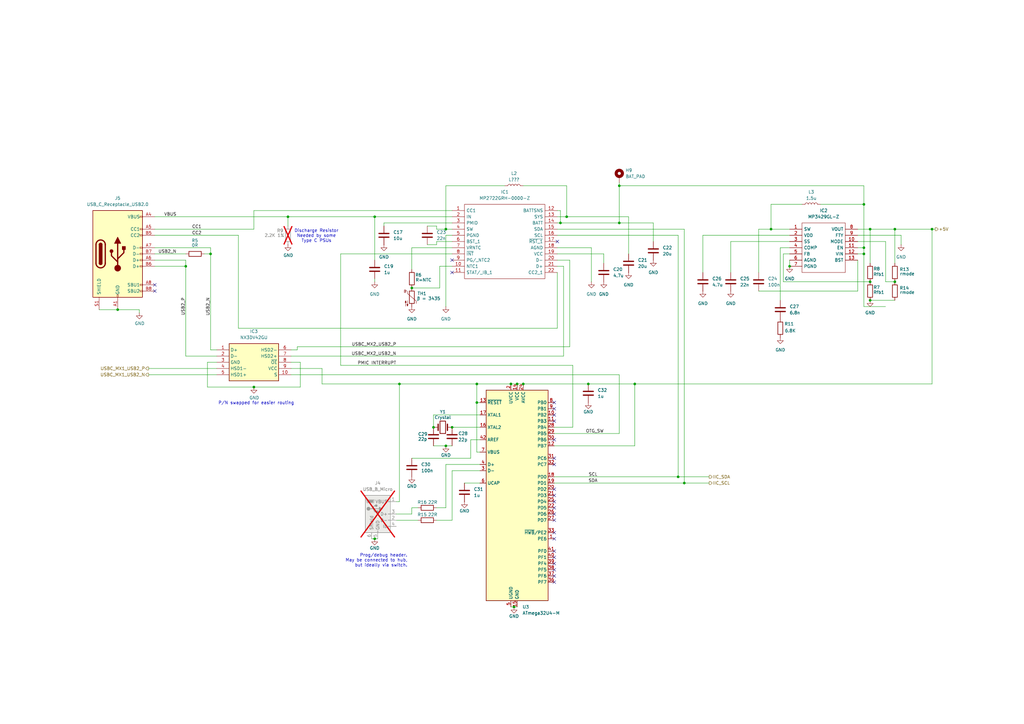
<source format=kicad_sch>
(kicad_sch (version 20231120) (generator "eeschema") (generator_version "8.0")
  (paper "A3")
  (lib_symbols
    (symbol "000_Custom:MP2722GRH-0000-Z" (pin_names (offset 0.762))
      (property "Reference" "IC1" (at 21.59 7.62 0))
      (property "Value" "MP2722GRH-0000-Z" (at 21.59 5.08 0))
      (symbol "MP2722GRH-0000-Z_0_0"
        (pin passive line (at 0 0 0) (length 5.08) (name "CC1") (number "1"))
        (pin passive line (at 0 -22.86 0) (length 5.08) (name "NTC1") (number "10"))
        (pin passive line (at 0 -25.4 0) (length 5.08) (name "STAT/_IB_1") (number "11"))
        (pin passive line (at 43.18 0 180) (length 5.08) (name "BATTSNS") (number "12"))
        (pin passive line (at 43.18 -2.54 180) (length 5.08) (name "SYS") (number "13"))
        (pin passive line (at 43.18 -5.08 180) (length 5.08) (name "BATT") (number "14"))
        (pin passive line (at 43.18 -7.62 180) (length 5.08) (name "SDA") (number "15"))
        (pin passive line (at 43.18 -10.16 180) (length 5.08) (name "SCL") (number "16"))
        (pin passive line (at 43.18 -12.7 180) (length 5.08) (name "~{RST_1}") (number "17"))
        (pin passive line (at 43.18 -15.24 180) (length 5.08) (name "AGND") (number "18"))
        (pin passive line (at 43.18 -17.78 180) (length 5.08) (name "VCC") (number "19"))
        (pin passive line (at 0 -2.54 0) (length 5.08) (name "IN") (number "2"))
        (pin passive line (at 43.18 -20.32 180) (length 5.08) (name "D-") (number "20"))
        (pin passive line (at 43.18 -22.86 180) (length 5.08) (name "D+") (number "21"))
        (pin passive line (at 43.18 -25.4 180) (length 5.08) (name "CC2_1") (number "22"))
        (pin passive line (at 0 -5.08 0) (length 5.08) (name "PMID") (number "3"))
        (pin passive line (at 0 -7.62 0) (length 5.08) (name "SW") (number "4"))
        (pin passive line (at 0 -10.16 0) (length 5.08) (name "PGND") (number "5"))
        (pin passive line (at 0 -12.7 0) (length 5.08) (name "BST_1") (number "6"))
        (pin passive line (at 0 -15.24 0) (length 5.08) (name "VRNTC") (number "7"))
        (pin passive line (at 0 -17.78 0) (length 5.08) (name "~{INT}") (number "8"))
        (pin passive line (at 0 -20.32 0) (length 5.08) (name "PG/_NTC2") (number "9"))
      )
      (symbol "MP2722GRH-0000-Z_0_1"
        (polyline (pts (xy 5.08 2.54) (xy 38.1 2.54) (xy 38.1 -27.94) (xy 5.08 -27.94) (xy 5.08 2.54)) (stroke (width 0.1524)))
      )
    )
    (symbol "000_Custom:MP3429GL-Z" (pin_names (offset 0.762))
      (property "Reference" "IC" (at 24.13 7.62 0))
      (property "Value" "MP3429GL-Z" (at 24.13 5.08 0))
      (symbol "MP3429GL-Z_0_0"
        (pin passive line (at 0 0 0) (length 5.08) (name "SW") (number "1"))
        (pin passive line (at 27.94 -5.08 180) (length 5.08) (name "MODE") (number "10"))
        (pin passive line (at 27.94 -7.62 180) (length 5.08) (name "EN") (number "11"))
        (pin passive line (at 27.94 -10.16 180) (length 5.08) (name "VIN") (number "12"))
        (pin passive line (at 27.94 -12.7 180) (length 5.08) (name "BST") (number "13"))
        (pin passive line (at 0 -2.54 0) (length 5.08) (name "VDD") (number "2"))
        (pin passive line (at 0 -5.08 0) (length 5.08) (name "SS") (number "3"))
        (pin passive line (at 0 -7.62 0) (length 5.08) (name "COMP") (number "4"))
        (pin passive line (at 0 -10.16 0) (length 5.08) (name "FB") (number "5"))
        (pin passive line (at 0 -12.7 0) (length 5.08) (name "AGND") (number "6"))
        (pin passive line (at 0 -15.24 0) (length 5.08) (name "PGND") (number "7"))
        (pin passive line (at 27.94 0 180) (length 5.08) (name "VOUT") (number "8"))
        (pin passive line (at 27.94 -2.54 180) (length 5.08) (name "FTY") (number "9"))
      )
      (symbol "MP3429GL-Z_0_1"
        (polyline (pts (xy 5.08 2.54) (xy 22.86 2.54) (xy 22.86 -17.78) (xy 5.08 -17.78) (xy 5.08 2.54)) (stroke (width 0.1524)))
      )
    )
    (symbol "000_Custom:NX3DV42GU"
      (property "Reference" "IC" (at 26.67 7.62 0))
      (property "Value" "NX3DV42GU" (at 26.67 5.08 0))
      (symbol "NX3DV42GU_1_1"
        (rectangle (start 5.08 2.54) (end 25.4 -12.7) (stroke (width 0.254)) (fill (type background)))
        (pin passive line (at 0 0 0) (length 5.08) (name "D+") (number "1"))
        (pin passive line (at 30.48 -10.16 180) (length 5.08) (name "S") (number "10"))
        (pin passive line (at 0 -2.54 0) (length 5.08) (name "D-") (number "2"))
        (pin passive line (at 0 -5.08 0) (length 5.08) (name "GND") (number "3"))
        (pin passive line (at 0 -7.62 0) (length 5.08) (name "HSD1-") (number "4"))
        (pin passive line (at 0 -10.16 0) (length 5.08) (name "HSD1+") (number "5"))
        (pin passive line (at 30.48 0 180) (length 5.08) (name "HSD2-") (number "6"))
        (pin passive line (at 30.48 -2.54 180) (length 5.08) (name "HSD2+") (number "7"))
        (pin passive line (at 30.48 -5.08 180) (length 5.08) (name "~{OE}") (number "8"))
        (pin passive line (at 30.48 -7.62 180) (length 5.08) (name "VCC") (number "9"))
      )
    )
    (symbol "Connector:USB_B_Micro" (pin_names (offset 1.016))
      (property "Reference" "J" (at -5.08 11.43 0))
      (property "Value" "USB_B_Micro" (at -5.08 8.89 0))
      (symbol "USB_B_Micro_0_1"
        (rectangle (start -5.08 -7.62) (end 5.08 7.62) (stroke (width 0.254)) (fill (type background)))
        (circle (center -3.81 2.159) (radius 0.635) (stroke (width 0.254)) (fill (type outline)))
        (circle (center -0.635 3.429) (radius 0.381) (stroke (width 0.254)) (fill (type outline)))
        (rectangle (start -0.127 -7.62) (end 0.127 -6.858))
        (polyline (pts (xy -1.905 2.159) (xy 0.635 2.159)) (stroke (width 0.254)))
        (polyline (pts (xy -3.175 2.159) (xy -2.54 2.159) (xy -1.27 3.429) (xy -0.635 3.429)) (stroke (width 0.254)))
        (polyline (pts (xy -2.54 2.159) (xy -1.905 2.159) (xy -1.27 0.889) (xy 0 0.889)) (stroke (width 0.254)))
        (polyline (pts (xy 0.635 2.794) (xy 0.635 1.524) (xy 1.905 2.159) (xy 0.635 2.794)) (stroke (width 0.254)) (fill (type outline)))
        (polyline (pts (xy -4.318 5.588) (xy -1.778 5.588) (xy -2.032 4.826) (xy -4.064 4.826) (xy -4.318 5.588)) (fill (type outline)))
        (polyline (pts (xy -4.699 5.842) (xy -4.699 5.588) (xy -4.445 4.826) (xy -4.445 4.572) (xy -1.651 4.572) (xy -1.651 4.826) (xy -1.397 5.588) (xy -1.397 5.842) (xy -4.699 5.842)))
        (rectangle (start 0.254 1.27) (end -0.508 0.508) (stroke (width 0.254)) (fill (type outline)))
        (rectangle (start 5.08 -5.207) (end 4.318 -4.953))
        (rectangle (start 5.08 -2.667) (end 4.318 -2.413))
        (rectangle (start 5.08 -0.127) (end 4.318 0.127))
        (rectangle (start 5.08 4.953) (end 4.318 5.207))
      )
      (symbol "USB_B_Micro_1_1"
        (pin power_out line (at 7.62 5.08 180) (length 2.54) (name "VBUS") (number "1"))
        (pin bidirectional line (at 7.62 -2.54 180) (length 2.54) (name "D-") (number "2"))
        (pin bidirectional line (at 7.62 0 180) (length 2.54) (name "D+") (number "3"))
        (pin passive line (at 7.62 -5.08 180) (length 2.54) (name "ID") (number "4"))
        (pin power_out line (at 0 -10.16 90) (length 2.54) (name "GND") (number "5"))
        (pin passive line (at -2.54 -10.16 90) (length 2.54) (name "Shield") (number "6"))
      )
    )
    (symbol "Connector:USB_C_Receptacle_USB2.0_16P" (pin_names (offset 1.016))
      (property "Reference" "J" (at 0 22.225 0))
      (property "Value" "USB_C_Receptacle_USB2.0_16P" (at 0 19.685 0))
      (symbol "USB_C_Receptacle_USB2.0_16P_0_0"
        (rectangle (start -0.254 -17.78) (end 0.254 -16.764))
        (rectangle (start 10.16 -14.986) (end 9.144 -15.494))
        (rectangle (start 10.16 -12.446) (end 9.144 -12.954))
        (rectangle (start 10.16 -4.826) (end 9.144 -5.334))
        (rectangle (start 10.16 -2.286) (end 9.144 -2.794))
        (rectangle (start 10.16 0.254) (end 9.144 -0.254))
        (rectangle (start 10.16 2.794) (end 9.144 2.286))
        (rectangle (start 10.16 7.874) (end 9.144 7.366))
        (rectangle (start 10.16 10.414) (end 9.144 9.906))
        (rectangle (start 10.16 15.494) (end 9.144 14.986))
      )
      (symbol "USB_C_Receptacle_USB2.0_16P_0_1"
        (rectangle (start -10.16 17.78) (end 10.16 -17.78) (stroke (width 0.254)) (fill (type background)))
        (arc (start -8.89 -3.81) (mid -6.985 -5.7067) (end -5.08 -3.81) (stroke (width 0.508)))
        (arc (start -7.62 -3.81) (mid -6.985 -4.4423) (end -6.35 -3.81) (stroke (width 0.254)))
        (arc (start -7.62 -3.81) (mid -6.985 -4.4423) (end -6.35 -3.81) (stroke (width 0.254)) (fill (type outline)))
        (rectangle (start -7.62 -3.81) (end -6.35 3.81) (stroke (width 0.254)) (fill (type outline)))
        (arc (start -6.35 3.81) (mid -6.985 4.4423) (end -7.62 3.81) (stroke (width 0.254)))
        (arc (start -6.35 3.81) (mid -6.985 4.4423) (end -7.62 3.81) (stroke (width 0.254)) (fill (type outline)))
        (arc (start -5.08 3.81) (mid -6.985 5.7067) (end -8.89 3.81) (stroke (width 0.508)))
        (circle (center -2.54 1.143) (radius 0.635) (stroke (width 0.254)) (fill (type outline)))
        (circle (center 0 -5.842) (radius 1.27) (fill (type outline)))
        (polyline (pts (xy -8.89 -3.81) (xy -8.89 3.81)) (stroke (width 0.508)))
        (polyline (pts (xy -5.08 3.81) (xy -5.08 -3.81)) (stroke (width 0.508)))
        (polyline (pts (xy 0 -5.842) (xy 0 4.318)) (stroke (width 0.508)))
        (polyline (pts (xy 0 -3.302) (xy -2.54 -0.762) (xy -2.54 0.508)) (stroke (width 0.508)))
        (polyline (pts (xy 0 -2.032) (xy 2.54 0.508) (xy 2.54 1.778)) (stroke (width 0.508)))
        (polyline (pts (xy -1.27 4.318) (xy 0 6.858) (xy 1.27 4.318) (xy -1.27 4.318)) (stroke (width 0.254)) (fill (type outline)))
        (rectangle (start 1.905 1.778) (end 3.175 3.048) (stroke (width 0.254)) (fill (type outline)))
      )
      (symbol "USB_C_Receptacle_USB2.0_16P_1_1"
        (pin passive line (at 0 -22.86 90) (length 5.08) (name "GND") (number "A1"))
        (pin passive line (at 0 -22.86 90) (length 5.08) hide (name "GND") (number "A12"))
        (pin passive line (at 15.24 15.24 180) (length 5.08) (name "VBUS") (number "A4"))
        (pin bidirectional line (at 15.24 10.16 180) (length 5.08) (name "CC1") (number "A5"))
        (pin bidirectional line (at 15.24 -2.54 180) (length 5.08) (name "D+") (number "A6"))
        (pin bidirectional line (at 15.24 2.54 180) (length 5.08) (name "D-") (number "A7"))
        (pin bidirectional line (at 15.24 -12.7 180) (length 5.08) (name "SBU1") (number "A8"))
        (pin passive line (at 15.24 15.24 180) (length 5.08) hide (name "VBUS") (number "A9"))
        (pin passive line (at 0 -22.86 90) (length 5.08) hide (name "GND") (number "B1"))
        (pin passive line (at 0 -22.86 90) (length 5.08) hide (name "GND") (number "B12"))
        (pin passive line (at 15.24 15.24 180) (length 5.08) hide (name "VBUS") (number "B4"))
        (pin bidirectional line (at 15.24 7.62 180) (length 5.08) (name "CC2") (number "B5"))
        (pin bidirectional line (at 15.24 -5.08 180) (length 5.08) (name "D+") (number "B6"))
        (pin bidirectional line (at 15.24 0 180) (length 5.08) (name "D-") (number "B7"))
        (pin bidirectional line (at 15.24 -15.24 180) (length 5.08) (name "SBU2") (number "B8"))
        (pin passive line (at 15.24 15.24 180) (length 5.08) hide (name "VBUS") (number "B9"))
        (pin passive line (at -7.62 -22.86 90) (length 5.08) (name "SHIELD") (number "S1"))
      )
    )
    (symbol "Device:C" (pin_numbers hide) (pin_names (offset 0.254))
      (property "Reference" "C" (at 0.635 2.54 0))
      (property "Value" "C" (at 0.635 -2.54 0))
      (symbol "C_0_1"
        (polyline (pts (xy -2.032 -0.762) (xy 2.032 -0.762)) (stroke (width 0.508)))
        (polyline (pts (xy -2.032 0.762) (xy 2.032 0.762)) (stroke (width 0.508)))
      )
      (symbol "C_1_1"
        (pin passive line (at 0 3.81 270) (length 2.794) (name "~") (number "1"))
        (pin passive line (at 0 -3.81 90) (length 2.794) (name "~") (number "2"))
      )
    )
    (symbol "Device:Crystal" (pin_numbers hide) (pin_names (offset 1.016) hide)
      (property "Reference" "Y" (at 0 3.81 0))
      (property "Value" "Crystal" (at 0 -3.81 0))
      (symbol "Crystal_0_1"
        (rectangle (start -1.143 2.54) (end 1.143 -2.54) (stroke (width 0.3048)))
        (polyline (pts (xy -2.54 0) (xy -1.905 0)))
        (polyline (pts (xy -1.905 -1.27) (xy -1.905 1.27)) (stroke (width 0.508)))
        (polyline (pts (xy 1.905 -1.27) (xy 1.905 1.27)) (stroke (width 0.508)))
        (polyline (pts (xy 2.54 0) (xy 1.905 0)))
      )
      (symbol "Crystal_1_1"
        (pin passive line (at -3.81 0 0) (length 1.27) (name "1") (number "1"))
        (pin passive line (at 3.81 0 180) (length 1.27) (name "2") (number "2"))
      )
    )
    (symbol "Device:L" (pin_numbers hide) (pin_names (offset 1.016) hide)
      (property "Reference" "L" (at -1.27 0 90))
      (property "Value" "L" (at 1.905 0 90))
      (symbol "L_0_1"
        (arc (start 0 -2.54) (mid 0.6323 -1.905) (end 0 -1.27))
        (arc (start 0 -1.27) (mid 0.6323 -0.635) (end 0 0))
        (arc (start 0 0) (mid 0.6323 0.635) (end 0 1.27))
        (arc (start 0 1.27) (mid 0.6323 1.905) (end 0 2.54))
      )
      (symbol "L_1_1"
        (pin passive line (at 0 3.81 270) (length 1.27) (name "1") (number "1"))
        (pin passive line (at 0 -3.81 90) (length 1.27) (name "2") (number "2"))
      )
    )
    (symbol "Device:R" (pin_numbers hide) (pin_names (offset 0))
      (property "Reference" "R" (at 2.032 0 90))
      (property "Value" "R" (at 0 0 90))
      (symbol "R_0_1"
        (rectangle (start -1.016 -2.54) (end 1.016 2.54) (stroke (width 0.254)))
      )
      (symbol "R_1_1"
        (pin passive line (at 0 3.81 270) (length 1.27) (name "~") (number "1"))
        (pin passive line (at 0 -3.81 90) (length 1.27) (name "~") (number "2"))
      )
    )
    (symbol "Device:Thermistor_NTC" (pin_numbers hide) (pin_names (offset 0))
      (property "Reference" "TH" (at -4.445 0 90))
      (property "Value" "Thermistor_NTC" (at 3.175 0 90))
      (symbol "Thermistor_NTC_0_1"
        (arc (start -3.048 2.159) (mid -3.0495 2.3143) (end -3.175 2.413))
        (arc (start -3.048 2.159) (mid -2.9736 1.9794) (end -2.794 1.905))
        (arc (start -3.048 2.794) (mid -2.9736 2.6144) (end -2.794 2.54))
        (arc (start -2.794 1.905) (mid -2.6144 1.9794) (end -2.54 2.159))
        (arc (start -2.794 2.54) (mid -2.4393 2.5587) (end -2.159 2.794))
        (arc (start -2.794 3.048) (mid -2.9736 2.9736) (end -3.048 2.794))
        (arc (start -2.54 2.794) (mid -2.6144 2.9736) (end -2.794 3.048))
        (rectangle (start -1.016 2.54) (end 1.016 -2.54) (stroke (width 0.254)))
        (polyline (pts (xy -2.54 2.159) (xy -2.54 2.794)))
        (polyline (pts (xy -1.778 2.54) (xy -1.778 1.524) (xy 1.778 -1.524) (xy 1.778 -2.54)))
        (polyline (pts (xy -2.54 -3.683) (xy -2.54 -1.397) (xy -2.794 -2.159) (xy -2.286 -2.159) (xy -2.54 -1.397) (xy -2.54 -1.651)) (fill (type outline)))
        (polyline (pts (xy -1.778 -1.397) (xy -1.778 -3.683) (xy -2.032 -2.921) (xy -1.524 -2.921) (xy -1.778 -3.683) (xy -1.778 -3.429)) (fill (type outline)))
      )
      (symbol "Thermistor_NTC_1_1"
        (pin passive line (at 0 3.81 270) (length 1.27) (name "~") (number "1"))
        (pin passive line (at 0 -3.81 90) (length 1.27) (name "~") (number "2"))
      )
    )
    (symbol "MCU_Microchip_ATmega:ATmega32U4-M"
      (property "Reference" "U" (at -12.7 44.45 0))
      (property "Value" "ATmega32U4-M" (at 2.54 -44.45 0))
      (symbol "ATmega32U4-M_0_1"
        (rectangle (start -12.7 -43.18) (end 12.7 43.18) (stroke (width 0.254)) (fill (type background)))
      )
      (symbol "ATmega32U4-M_1_1"
        (pin bidirectional line (at 15.24 -17.78 180) (length 2.54) (name "PE6") (number "1"))
        (pin bidirectional line (at 15.24 33.02 180) (length 2.54) (name "PB2") (number "10"))
        (pin bidirectional line (at 15.24 30.48 180) (length 2.54) (name "PB3") (number "11"))
        (pin bidirectional line (at 15.24 20.32 180) (length 2.54) (name "PB7") (number "12"))
        (pin input line (at -15.24 38.1 0) (length 2.54) (name "~{RESET}") (number "13"))
        (pin power_in line (at 0 45.72 270) (length 2.54) (name "VCC") (number "14"))
        (pin power_in line (at 0 -45.72 90) (length 2.54) (name "GND") (number "15"))
        (pin output line (at -15.24 27.94 0) (length 2.54) (name "XTAL2") (number "16"))
        (pin input line (at -15.24 33.02 0) (length 2.54) (name "XTAL1") (number "17"))
        (pin bidirectional line (at 15.24 7.62 180) (length 2.54) (name "PD0") (number "18"))
        (pin bidirectional line (at 15.24 5.08 180) (length 2.54) (name "PD1") (number "19"))
        (pin power_in line (at -2.54 45.72 270) (length 2.54) (name "UVCC") (number "2"))
        (pin bidirectional line (at 15.24 2.54 180) (length 2.54) (name "PD2") (number "20"))
        (pin bidirectional line (at 15.24 0 180) (length 2.54) (name "PD3") (number "21"))
        (pin bidirectional line (at 15.24 -5.08 180) (length 2.54) (name "PD5") (number "22"))
        (pin passive line (at 0 -45.72 90) (length 2.54) hide (name "GND") (number "23"))
        (pin power_in line (at 2.54 45.72 270) (length 2.54) (name "AVCC") (number "24"))
        (pin bidirectional line (at 15.24 -2.54 180) (length 2.54) (name "PD4") (number "25"))
        (pin bidirectional line (at 15.24 -7.62 180) (length 2.54) (name "PD6") (number "26"))
        (pin bidirectional line (at 15.24 -10.16 180) (length 2.54) (name "PD7") (number "27"))
        (pin bidirectional line (at 15.24 27.94 180) (length 2.54) (name "PB4") (number "28"))
        (pin bidirectional line (at 15.24 25.4 180) (length 2.54) (name "PB5") (number "29"))
        (pin bidirectional line (at -15.24 10.16 0) (length 2.54) (name "D-") (number "3"))
        (pin bidirectional line (at 15.24 22.86 180) (length 2.54) (name "PB6") (number "30"))
        (pin bidirectional line (at 15.24 15.24 180) (length 2.54) (name "PC6") (number "31"))
        (pin bidirectional line (at 15.24 12.7 180) (length 2.54) (name "PC7") (number "32"))
        (pin bidirectional line (at 15.24 -15.24 180) (length 2.54) (name "~{HWB}/PE2") (number "33"))
        (pin passive line (at 0 45.72 270) (length 2.54) hide (name "VCC") (number "34"))
        (pin passive line (at 0 -45.72 90) (length 2.54) hide (name "GND") (number "35"))
        (pin bidirectional line (at 15.24 -35.56 180) (length 2.54) (name "PF7") (number "36"))
        (pin bidirectional line (at 15.24 -33.02 180) (length 2.54) (name "PF6") (number "37"))
        (pin bidirectional line (at 15.24 -30.48 180) (length 2.54) (name "PF5") (number "38"))
        (pin bidirectional line (at 15.24 -27.94 180) (length 2.54) (name "PF4") (number "39"))
        (pin bidirectional line (at -15.24 12.7 0) (length 2.54) (name "D+") (number "4"))
        (pin bidirectional line (at 15.24 -25.4 180) (length 2.54) (name "PF1") (number "40"))
        (pin bidirectional line (at 15.24 -22.86 180) (length 2.54) (name "PF0") (number "41"))
        (pin passive line (at -15.24 22.86 0) (length 2.54) (name "AREF") (number "42"))
        (pin passive line (at 0 -45.72 90) (length 2.54) hide (name "GND") (number "43"))
        (pin passive line (at 2.54 45.72 270) (length 2.54) hide (name "AVCC") (number "44"))
        (pin passive line (at 0 -45.72 90) (length 2.54) hide (name "GND") (number "45"))
        (pin passive line (at -2.54 -45.72 90) (length 2.54) (name "UGND") (number "5"))
        (pin passive line (at -15.24 5.08 0) (length 2.54) (name "UCAP") (number "6"))
        (pin input line (at -15.24 17.78 0) (length 2.54) (name "VBUS") (number "7"))
        (pin bidirectional line (at 15.24 38.1 180) (length 2.54) (name "PB0") (number "8"))
        (pin bidirectional line (at 15.24 35.56 180) (length 2.54) (name "PB1") (number "9"))
      )
    )
    (symbol "Mechanical:MountingHole_Pad_MP" (pin_numbers hide) (pin_names (offset 1.016) hide) (exclude_from_sim yes) (in_bom no)
      (property "Reference" "H" (at 0 6.35 0))
      (property "Value" "MountingHole_Pad_MP" (at 0 4.445 0))
      (symbol "MountingHole_Pad_MP_0_1"
        (circle (center 0 1.27) (radius 1.27) (stroke (width 1.27)))
      )
      (symbol "MountingHole_Pad_MP_1_1"
        (pin input line (at 0 -2.54 90) (length 2.54) (name "MP") (number "MP"))
      )
    )
    (symbol "power:GND" (power) (pin_numbers hide) (pin_names (offset 0) hide)
      (property "Value" "GND" (at 0 -3.81 0))
      (symbol "GND_0_1"
        (polyline (pts (xy 0 0) (xy 0 -1.27) (xy 1.27 -1.27) (xy 0 -2.54) (xy -1.27 -1.27) (xy 0 -1.27)))
      )
      (symbol "GND_1_1"
        (pin power_in line (at 0 0 270) (length 0) (name "~") (number "1"))
      )
    )
  )
  (junction (at 168.91 118.11))
  (junction (at 316.23 93.98))
  (junction (at 367.03 93.98))
  (junction (at 195.58 157.48))
  (junction (at 195.58 165.1))
  (junction (at 177.8 175.26))
  (junction (at 153.67 220.98))
  (junction (at 118.11 88.9))
  (junction (at 354.33 104.14))
  (junction (at 182.88 182.88))
  (junction (at 212.09 157.48))
  (junction (at 323.85 109.22))
  (junction (at 356.87 93.98))
  (junction (at 182.88 93.98))
  (junction (at 382.27 93.98))
  (junction (at 153.67 88.9))
  (junction (at 254 76.2))
  (junction (at 280.67 198.12))
  (junction (at 214.63 157.48))
  (junction (at 163.83 157.48))
  (junction (at 210.82 248.92))
  (junction (at 209.55 157.48))
  (junction (at 367.03 115.57))
  (junction (at 232.41 88.9))
  (junction (at 48.26 127))
  (junction (at 229.87 91.44))
  (junction (at 354.33 83.82))
  (junction (at 76.2 109.22))
  (junction (at 104.14 158.75))
  (junction (at 254 91.44))
  (junction (at 356.87 123.19))
  (junction (at 278.13 195.58))
  (junction (at 260.35 157.48))
  (junction (at 354.33 101.6))
  (junction (at 241.3 157.48))
  (junction (at 86.36 104.14))
  (junction (at 356.87 115.57))
  (junction (at 185.42 175.26))
  (no_connect (at 227.33 226.06))
  (no_connect (at 227.33 165.1))
  (no_connect (at 185.42 106.68))
  (no_connect (at 227.33 233.68))
  (no_connect (at 63.5 116.84))
  (no_connect (at 227.33 205.74))
  (no_connect (at 227.33 238.76))
  (no_connect (at 227.33 190.5))
  (no_connect (at 227.33 203.2))
  (no_connect (at 227.33 231.14))
  (no_connect (at 227.33 167.64))
  (no_connect (at 227.33 200.66))
  (no_connect (at 227.33 208.28))
  (no_connect (at 227.33 218.44))
  (no_connect (at 227.33 210.82))
  (no_connect (at 227.33 236.22))
  (no_connect (at 227.33 213.36))
  (no_connect (at 63.5 119.38))
  (no_connect (at 227.33 172.72))
  (no_connect (at 185.42 111.76))
  (no_connect (at 227.33 220.98))
  (no_connect (at 227.33 228.6))
  (no_connect (at 227.33 170.18))
  (no_connect (at 227.33 187.96))
  (no_connect (at 227.33 180.34))
  (no_connect (at 228.6 99.06))
  (wire (pts (xy 267.97 91.44) (xy 267.97 99.06)))
  (wire (pts (xy 254 153.67) (xy 119.38 153.67)))
  (wire (pts (xy 97.79 96.52) (xy 97.79 134.62)))
  (wire (pts (xy 228.6 134.62) (xy 228.6 111.76)))
  (wire (pts (xy 168.91 101.6) (xy 168.91 110.49)))
  (wire (pts (xy 232.41 88.9) (xy 228.6 88.9)))
  (wire (pts (xy 193.04 180.34) (xy 196.85 180.34)))
  (wire (pts (xy 323.85 101.6) (xy 320.04 101.6)))
  (wire (pts (xy 182.88 93.98) (xy 182.88 76.2)))
  (wire (pts (xy 185.42 91.44) (xy 157.48 91.44)))
  (wire (pts (xy 132.08 157.48) (xy 163.83 157.48)))
  (wire (pts (xy 182.88 76.2) (xy 207.01 76.2)))
  (wire (pts (xy 367.03 93.98) (xy 367.03 107.95)))
  (wire (pts (xy 152.4 220.98) (xy 153.67 220.98)))
  (wire (pts (xy 185.42 175.26) (xy 196.85 175.26)))
  (wire (pts (xy 163.83 205.74) (xy 163.83 157.48)))
  (wire (pts (xy 177.8 170.18) (xy 196.85 170.18)))
  (wire (pts (xy 228.6 106.68) (xy 233.68 106.68)))
  (wire (pts (xy 153.67 114.3) (xy 153.67 115.57)))
  (wire (pts (xy 369.57 96.52) (xy 369.57 100.33)))
  (wire (pts (xy 351.79 93.98) (xy 356.87 93.98)))
  (wire (pts (xy 354.33 125.73) (xy 363.22 125.73)))
  (wire (pts (xy 76.2 106.68) (xy 76.2 109.22)))
  (wire (pts (xy 63.5 88.9) (xy 118.11 88.9)))
  (wire (pts (xy 367.03 93.98) (xy 382.27 93.98)))
  (wire (pts (xy 367.03 115.57) (xy 363.22 115.57)))
  (wire (pts (xy 227.33 182.88) (xy 260.35 182.88)))
  (wire (pts (xy 195.58 165.1) (xy 195.58 157.48)))
  (wire (pts (xy 85.09 148.59) (xy 85.09 158.75)))
  (wire (pts (xy 354.33 104.14) (xy 354.33 101.6)))
  (wire (pts (xy 121.92 143.51) (xy 119.38 143.51)))
  (wire (pts (xy 182.88 190.5) (xy 182.88 208.28)))
  (wire (pts (xy 179.07 92.71) (xy 179.07 93.98)))
  (wire (pts (xy 234.95 149.86) (xy 234.95 175.26)))
  (wire (pts (xy 168.91 208.28) (xy 171.45 208.28)))
  (wire (pts (xy 320.04 101.6) (xy 320.04 123.19)))
  (wire (pts (xy 280.67 198.12) (xy 227.33 198.12)))
  (wire (pts (xy 195.58 157.48) (xy 209.55 157.48)))
  (wire (pts (xy 121.92 142.24) (xy 233.68 142.24)))
  (wire (pts (xy 354.33 76.2) (xy 354.33 83.82)))
  (wire (pts (xy 118.11 88.9) (xy 118.11 92.71)))
  (wire (pts (xy 177.8 182.88) (xy 182.88 182.88)))
  (wire (pts (xy 85.09 158.75) (xy 104.14 158.75)))
  (wire (pts (xy 132.08 151.13) (xy 132.08 157.48)))
  (wire (pts (xy 260.35 182.88) (xy 260.35 157.48)))
  (wire (pts (xy 179.07 93.98) (xy 182.88 93.98)))
  (wire (pts (xy 118.11 88.9) (xy 153.67 88.9)))
  (wire (pts (xy 196.85 185.42) (xy 195.58 185.42)))
  (wire (pts (xy 195.58 185.42) (xy 195.58 165.1)))
  (wire (pts (xy 227.33 177.8) (xy 254 177.8)))
  (wire (pts (xy 382.27 157.48) (xy 382.27 93.98)))
  (wire (pts (xy 104.14 158.75) (xy 123.19 158.75)))
  (wire (pts (xy 163.83 157.48) (xy 195.58 157.48)))
  (wire (pts (xy 162.56 205.74) (xy 163.83 205.74)))
  (wire (pts (xy 336.55 83.82) (xy 354.33 83.82)))
  (wire (pts (xy 180.34 109.22) (xy 185.42 109.22)))
  (wire (pts (xy 63.5 93.98) (xy 104.14 93.98)))
  (wire (pts (xy 280.67 198.12) (xy 290.83 198.12)))
  (wire (pts (xy 232.41 76.2) (xy 232.41 88.9)))
  (wire (pts (xy 168.91 187.96) (xy 193.04 187.96)))
  (wire (pts (xy 123.19 148.59) (xy 119.38 148.59)))
  (wire (pts (xy 228.6 109.22) (xy 231.14 109.22)))
  (wire (pts (xy 119.38 146.05) (xy 231.14 146.05)))
  (wire (pts (xy 280.67 93.98) (xy 280.67 198.12)))
  (wire (pts (xy 180.34 118.11) (xy 180.34 109.22)))
  (wire (pts (xy 139.7 104.14) (xy 185.42 104.14)))
  (wire (pts (xy 209.55 248.92) (xy 210.82 248.92)))
  (wire (pts (xy 104.14 86.36) (xy 185.42 86.36)))
  (wire (pts (xy 323.85 99.06) (xy 299.72 99.06)))
  (wire (pts (xy 121.92 142.24) (xy 121.92 143.51)))
  (wire (pts (xy 229.87 91.44) (xy 254 91.44)))
  (wire (pts (xy 234.95 175.26) (xy 227.33 175.26)))
  (wire (pts (xy 179.07 100.33) (xy 175.26 100.33)))
  (wire (pts (xy 185.42 99.06) (xy 179.07 99.06)))
  (wire (pts (xy 233.68 142.24) (xy 233.68 106.68)))
  (wire (pts (xy 182.88 208.28) (xy 179.07 208.28)))
  (wire (pts (xy 60.96 153.67) (xy 88.9 153.67)))
  (wire (pts (xy 351.79 106.68) (xy 351.79 119.38)))
  (wire (pts (xy 323.85 106.68) (xy 323.85 109.22)))
  (wire (pts (xy 247.65 104.14) (xy 228.6 104.14)))
  (wire (pts (xy 185.42 213.36) (xy 185.42 193.04)))
  (wire (pts (xy 351.79 96.52) (xy 369.57 96.52)))
  (wire (pts (xy 162.56 213.36) (xy 171.45 213.36)))
  (wire (pts (xy 242.57 101.6) (xy 228.6 101.6)))
  (wire (pts (xy 260.35 157.48) (xy 382.27 157.48)))
  (wire (pts (xy 278.13 96.52) (xy 278.13 195.58)))
  (wire (pts (xy 123.19 158.75) (xy 123.19 148.59)))
  (wire (pts (xy 86.36 101.6) (xy 86.36 104.14)))
  (wire (pts (xy 257.81 88.9) (xy 232.41 88.9)))
  (wire (pts (xy 190.5 198.12) (xy 196.85 198.12)))
  (wire (pts (xy 63.5 104.14) (xy 76.2 104.14)))
  (wire (pts (xy 278.13 195.58) (xy 290.83 195.58)))
  (wire (pts (xy 323.85 96.52) (xy 288.29 96.52)))
  (wire (pts (xy 60.96 151.13) (xy 88.9 151.13)))
  (wire (pts (xy 311.15 111.76) (xy 311.15 93.98)))
  (wire (pts (xy 228.6 93.98) (xy 280.67 93.98)))
  (wire (pts (xy 162.56 210.82) (xy 168.91 210.82)))
  (wire (pts (xy 351.79 101.6) (xy 354.33 101.6)))
  (wire (pts (xy 153.67 88.9) (xy 153.67 106.68)))
  (wire (pts (xy 76.2 146.05) (xy 76.2 109.22)))
  (wire (pts (xy 209.55 157.48) (xy 212.09 157.48)))
  (wire (pts (xy 214.63 76.2) (xy 232.41 76.2)))
  (wire (pts (xy 76.2 146.05) (xy 88.9 146.05)))
  (wire (pts (xy 139.7 104.14) (xy 139.7 149.86)))
  (wire (pts (xy 231.14 109.22) (xy 231.14 146.05)))
  (wire (pts (xy 177.8 170.18) (xy 177.8 175.26)))
  (wire (pts (xy 157.48 91.44) (xy 157.48 92.71)))
  (wire (pts (xy 356.87 123.19) (xy 367.03 123.19)))
  (wire (pts (xy 193.04 187.96) (xy 193.04 180.34)))
  (wire (pts (xy 175.26 92.71) (xy 179.07 92.71)))
  (wire (pts (xy 354.33 101.6) (xy 354.33 83.82)))
  (wire (pts (xy 168.91 118.11) (xy 180.34 118.11)))
  (wire (pts (xy 299.72 99.06) (xy 299.72 111.76)))
  (wire (pts (xy 88.9 148.59) (xy 85.09 148.59)))
  (wire (pts (xy 210.82 248.92) (xy 212.09 248.92)))
  (wire (pts (xy 382.27 93.98) (xy 383.54 93.98)))
  (wire (pts (xy 179.07 213.36) (xy 185.42 213.36)))
  (wire (pts (xy 242.57 115.57) (xy 242.57 101.6)))
  (wire (pts (xy 214.63 157.48) (xy 241.3 157.48)))
  (wire (pts (xy 63.5 106.68) (xy 76.2 106.68)))
  (wire (pts (xy 48.26 127) (xy 57.15 127)))
  (wire (pts (xy 354.33 104.14) (xy 354.33 125.73)))
  (wire (pts (xy 185.42 193.04) (xy 196.85 193.04)))
  (wire (pts (xy 254 74.93) (xy 254 76.2)))
  (wire (pts (xy 182.88 93.98) (xy 185.42 93.98)))
  (wire (pts (xy 311.15 119.38) (xy 351.79 119.38)))
  (wire (pts (xy 139.7 149.86) (xy 234.95 149.86)))
  (wire (pts (xy 254 76.2) (xy 354.33 76.2)))
  (wire (pts (xy 241.3 157.48) (xy 260.35 157.48)))
  (wire (pts (xy 104.14 86.36) (xy 104.14 93.98)))
  (wire (pts (xy 57.15 128.27) (xy 57.15 127)))
  (wire (pts (xy 316.23 83.82) (xy 328.93 83.82)))
  (wire (pts (xy 367.03 93.98) (xy 356.87 93.98)))
  (wire (pts (xy 86.36 104.14) (xy 86.36 143.51)))
  (wire (pts (xy 212.09 157.48) (xy 214.63 157.48)))
  (wire (pts (xy 323.85 93.98) (xy 316.23 93.98)))
  (wire (pts (xy 311.15 93.98) (xy 316.23 93.98)))
  (wire (pts (xy 195.58 165.1) (xy 196.85 165.1)))
  (wire (pts (xy 86.36 143.51) (xy 88.9 143.51)))
  (wire (pts (xy 40.64 127) (xy 48.26 127)))
  (wire (pts (xy 228.6 91.44) (xy 229.87 91.44)))
  (wire (pts (xy 196.85 190.5) (xy 182.88 190.5)))
  (wire (pts (xy 153.67 88.9) (xy 185.42 88.9)))
  (wire (pts (xy 363.22 99.06) (xy 351.79 99.06)))
  (wire (pts (xy 97.79 134.62) (xy 228.6 134.62)))
  (wire (pts (xy 356.87 93.98) (xy 356.87 107.95)))
  (wire (pts (xy 267.97 91.44) (xy 254 91.44)))
  (wire (pts (xy 351.79 104.14) (xy 354.33 104.14)))
  (wire (pts (xy 254 76.2) (xy 254 91.44)))
  (wire (pts (xy 257.81 104.14) (xy 257.81 88.9)))
  (wire (pts (xy 227.33 195.58) (xy 278.13 195.58)))
  (wire (pts (xy 321.31 115.57) (xy 356.87 115.57)))
  (wire (pts (xy 254 177.8) (xy 254 153.67)))
  (wire (pts (xy 247.65 107.95) (xy 247.65 104.14)))
  (wire (pts (xy 179.07 99.06) (xy 179.07 100.33)))
  (wire (pts (xy 228.6 96.52) (xy 278.13 96.52)))
  (wire (pts (xy 363.22 99.06) (xy 363.22 115.57)))
  (wire (pts (xy 182.88 182.88) (xy 185.42 182.88)))
  (wire (pts (xy 229.87 86.36) (xy 229.87 91.44)))
  (wire (pts (xy 321.31 115.57) (xy 321.31 104.14)))
  (wire (pts (xy 83.82 104.14) (xy 86.36 104.14)))
  (wire (pts (xy 321.31 104.14) (xy 323.85 104.14)))
  (wire (pts (xy 185.42 96.52) (xy 182.88 96.52)))
  (wire (pts (xy 63.5 101.6) (xy 86.36 101.6)))
  (wire (pts (xy 63.5 96.52) (xy 97.79 96.52)))
  (wire (pts (xy 168.91 210.82) (xy 168.91 208.28)))
  (wire (pts (xy 119.38 151.13) (xy 132.08 151.13)))
  (wire (pts (xy 153.67 220.98) (xy 154.94 220.98)))
  (wire (pts (xy 63.5 109.22) (xy 76.2 109.22)))
  (wire (pts (xy 228.6 86.36) (xy 229.87 86.36)))
  (wire (pts (xy 288.29 96.52) (xy 288.29 111.76)))
  (wire (pts (xy 316.23 93.98) (xy 316.23 83.82)))
  (wire (pts (xy 182.88 96.52) (xy 182.88 125.73)))
  (wire (pts (xy 185.42 101.6) (xy 168.91 101.6)))
  (text "Discharge Resistor\nNeeded by some\nType C PSUs" (at 129.794 96.774 0) (effects (font (size 1.27 1.27))))
  (text "P/N swapped for easier routing" (at 120.65 166.116 0) (effects (font (size 1.27 1.27)) (justify right bottom)))
  (text "Prog/debug header.\nMay be connected to hub,\nbut ideally via switch." (at 167.132 232.664 0) (effects (font (size 1.27 1.27)) (justify right bottom)))
  (label "CC1" (at 78.74 93.98 0))
  (label "SDA" (at 245.11 198.12 180))
  (label "SCL" (at 245.11 195.58 180))
  (label "PMIC INTERRUPT" (at 162.56 149.86 180))
  (label "USB2_P" (at 76.2 121.92 270))
  (label "CC2" (at 78.74 96.52 0))
  (label "USBC_MX2_USB2_N" (at 162.56 146.05 180))
  (label "USB2_N" (at 86.36 121.92 270))
  (label "VBUS" (at 72.39 88.9 180))
  (label "USB2_N" (at 72.39 104.14 180))
  (label "USBC_MX2_USB2_P" (at 162.56 142.24 180))
  (label "OTG_SW" (at 247.65 177.8 180))
  (hierarchical_label "IIC_SDA" (shape output) (at 290.83 195.58 0))
  (hierarchical_label "USBC_MX1_USB2_P" (shape output) (at 60.96 151.13 180))
  (hierarchical_label "IIC_SCL" (shape output) (at 290.83 198.12 0))
  (hierarchical_label "+5V" (shape output) (at 383.54 93.98 0))
  (hierarchical_label "USBC_MX1_USB2_N" (shape output) (at 60.96 153.67 180))
  (symbol (lib_id "Device:C") (at 168.91 191.77 180) (unit 1)
    (property "Reference" "C30" (at 172.72 190.4999 0) (effects (justify right)))
    (property "Value" "100n" (at 172.72 193.0399 0) (effects (justify right)))
    (property "Footprint" "Capacitor_SMD:C_0805_2012Metric_Pad1.18x1.45mm_HandSolder" (effects (hide yes)))
    (property "Description" "Unpolarized capacitor" (effects (hide yes)))
  )
  (symbol (lib_id "Device:C") (at 257.81 107.95 0) (unit 1)
    (property "Reference" "C21" (at 261.62 106.6799 0) (effects (justify left)))
    (property "Value" "20u" (at 261.62 109.2199 0) (effects (justify left)))
    (property "Footprint" "Capacitor_SMD:C_0805_2012Metric_Pad1.18x1.45mm_HandSolder" (effects (hide yes)))
    (property "Description" "Unpolarized capacitor" (effects (hide yes)))
  )
  (symbol (lib_id "Device:C") (at 267.97 102.87 0) (unit 1)
    (property "Reference" "C22" (at 271.78 101.5999 0) (effects (justify left)))
    (property "Value" "20u" (at 271.78 104.1399 0) (effects (justify left)))
    (property "Footprint" "Capacitor_SMD:C_0805_2012Metric_Pad1.18x1.45mm_HandSolder" (effects (hide yes)))
    (property "Description" "Unpolarized capacitor" (effects (hide yes)))
  )
  (symbol (lib_id "Device:R") (at 367.03 119.38 180) (unit 1)
    (property "Reference" "R14" (at 372.872 118.11 0) (effects (justify left)))
    (property "Value" "rmode" (at 375.158 119.888 0) (effects (justify left)))
    (property "Footprint" "Resistor_SMD:R_0805_2012Metric_Pad1.20x1.40mm_HandSolder" (effects (hide yes)))
    (property "Datasheet" "https://fscdn.rohm.com/en/products/databook/datasheet/passive/resistor/chip_resistor/mcr-e.pdf" (effects (hide yes)))
    (property "Field4" "Farnell" (effects (hide yes)))
    (property "Field7" "Rohm" (effects (hide yes)))
    (property "Field6" "MCR01MZPF1002" (effects (hide yes)))
    (property "Part Description" "Resistor 10K M1005 1% 63mW" (effects (hide yes)))
  )
  (symbol (lib_id "power:GND") (at 257.81 111.76 0) (unit 1)
    (property "Reference" "#PWR034" (effects (hide yes)))
    (property "Value" "GND" (at 257.81 116.84 0))
    (property "Description" "Power symbol creates a global label with name \"GND\" , ground" (effects (hide yes)))
  )
  (symbol (lib_id "Device:R") (at 320.04 134.62 180) (unit 1)
    (property "Reference" "R11" (at 325.628 132.842 0) (effects (justify left)))
    (property "Value" "6.8K" (at 326.39 135.636 0) (effects (justify left)))
    (property "Footprint" "Resistor_SMD:R_0805_2012Metric_Pad1.20x1.40mm_HandSolder" (effects (hide yes)))
    (property "Datasheet" "https://fscdn.rohm.com/en/products/databook/datasheet/passive/resistor/chip_resistor/mcr-e.pdf" (effects (hide yes)))
    (property "Field4" "Farnell" (effects (hide yes)))
    (property "Field7" "Rohm" (effects (hide yes)))
    (property "Field6" "MCR01MZPF1002" (effects (hide yes)))
    (property "Part Description" "Resistor 10K M1005 1% 63mW" (effects (hide yes)))
  )
  (symbol (lib_id "Device:Thermistor_NTC") (at 168.91 121.92 0) (unit 1)
    (property "Reference" "TH1" (at 171.196 120.396 0) (effects (justify left)))
    (property "Value" "β = 3435" (at 170.942 122.428 0) (effects (justify left)))
    (property "Footprint" "Resistor_SMD:R_0805_2012Metric_Pad1.20x1.40mm_HandSolder" (effects (hide yes)))
    (property "Description" "Temperature dependent resistor, negative temperature coefficient" (effects (hide yes)))
  )
  (symbol (lib_id "Device:C") (at 177.8 179.07 0) (unit 1)
    (property "Reference" "C29" (at 171.45 178.054 0) (effects (justify left)))
    (property "Value" "22p" (at 171.45 180.086 0) (effects (justify left)))
    (property "Footprint" "Capacitor_SMD:C_0805_2012Metric_Pad1.18x1.45mm_HandSolder" (effects (hide yes)))
    (property "Description" "Unpolarized capacitor" (effects (hide yes)))
  )
  (symbol (lib_id "power:GND") (at 369.57 100.33 0) (unit 1)
    (property "Reference" "#PWR041" (effects (hide yes)))
    (property "Value" "GND" (at 369.57 105.41 0))
    (property "Description" "Power symbol creates a global label with name \"GND\" , ground" (effects (hide yes)))
  )
  (symbol (lib_id "Device:R") (at 367.03 111.76 180) (unit 1)
    (property "Reference" "R13" (at 372.872 110.49 0) (effects (justify left)))
    (property "Value" "rmode" (at 375.158 112.268 0) (effects (justify left)))
    (property "Footprint" "Resistor_SMD:R_0805_2012Metric_Pad1.20x1.40mm_HandSolder" (effects (hide yes)))
    (property "Datasheet" "https://fscdn.rohm.com/en/products/databook/datasheet/passive/resistor/chip_resistor/mcr-e.pdf" (effects (hide yes)))
    (property "Field4" "Farnell" (effects (hide yes)))
    (property "Field7" "Rohm" (effects (hide yes)))
    (property "Field6" "MCR01MZPF1002" (effects (hide yes)))
    (property "Part Description" "Resistor 10K M1005 1% 63mW" (effects (hide yes)))
  )
  (symbol (lib_id "power:GND") (at 267.97 106.68 0) (unit 1)
    (property "Reference" "#PWR035" (effects (hide yes)))
    (property "Value" "GND" (at 267.97 111.76 0))
    (property "Description" "Power symbol creates a global label with name \"GND\" , ground" (effects (hide yes)))
  )
  (symbol (lib_id "power:GND") (at 57.15 128.27 0) (unit 1)
    (property "Reference" "#PWR02" (effects (hide yes)))
    (property "Value" "GND" (at 57.277 132.6642 0))
    (property "Description" "Power symbol creates a global label with name \"GND\" , ground" (effects (hide yes)))
  )
  (symbol (lib_id "power:GND") (at 323.85 109.22 0) (unit 1)
    (property "Reference" "#PWR042" (effects (hide yes)))
    (property "Value" "GND" (at 323.85 114.3 0))
    (property "Description" "Power symbol creates a global label with name \"GND\" , ground" (effects (hide yes)))
  )
  (symbol (lib_id "Device:L") (at 332.74 83.82 90) (unit 1)
    (property "Reference" "L3" (at 332.74 78.74 90))
    (property "Value" "1.5u" (at 332.74 81.28 90))
    (property "Footprint" "Inductor_SMD:L_Bourns_SRP1038C_10.0x10.0mm" (effects (hide yes)))
    (property "Description" "Inductor" (effects (hide yes)))
  )
  (symbol (lib_id "Device:C") (at 311.15 115.57 180) (unit 1)
    (property "Reference" "C24" (at 314.96 114.2999 0) (effects (justify right)))
    (property "Value" "100n" (at 314.96 116.8399 0) (effects (justify right)))
    (property "Footprint" "Capacitor_SMD:C_0805_2012Metric_Pad1.18x1.45mm_HandSolder" (effects (hide yes)))
    (property "Description" "Unpolarized capacitor" (effects (hide yes)))
  )
  (symbol (lib_id "Device:C") (at 157.48 96.52 0) (unit 1)
    (property "Reference" "C17" (at 161.29 95.2499 0) (effects (justify left)))
    (property "Value" "10u" (at 161.29 97.7899 0) (effects (justify left)))
    (property "Footprint" "Capacitor_SMD:C_0805_2012Metric_Pad1.18x1.45mm_HandSolder" (effects (hide yes)))
    (property "Description" "Unpolarized capacitor" (effects (hide yes)))
  )
  (symbol (lib_id "Device:R") (at 356.87 111.76 180) (unit 1)
    (property "Reference" "R8" (at 360.934 110.236 0) (effects (justify left)))
    (property "Value" "Rfb1" (at 362.712 112.522 0) (effects (justify left)))
    (property "Footprint" "Resistor_SMD:R_0805_2012Metric_Pad1.20x1.40mm_HandSolder" (effects (hide yes)))
    (property "Datasheet" "https://fscdn.rohm.com/en/products/databook/datasheet/passive/resistor/chip_resistor/mcr-e.pdf" (effects (hide yes)))
    (property "Field4" "Farnell" (effects (hide yes)))
    (property "Field7" "Rohm" (effects (hide yes)))
    (property "Field6" "MCR01MZPF1002" (effects (hide yes)))
    (property "Part Description" "Resistor 10K M1005 1% 63mW" (effects (hide yes)))
  )
  (symbol (lib_id "Device:Crystal") (at 181.61 175.26 0) (unit 1)
    (property "Reference" "Y1" (at 181.61 168.91 0))
    (property "Value" "Crystal" (at 181.61 171.196 0))
    (property "Footprint" "Crystal:Crystal_SMD_5032-4Pin_5.0x3.2mm" (effects (hide yes)))
    (property "Description" "Two pin crystal" (effects (hide yes)))
  )
  (symbol (lib_id "power:GND") (at 356.87 123.19 0) (unit 1)
    (property "Reference" "#PWR037" (effects (hide yes)))
    (property "Value" "GND" (at 356.87 128.27 0))
    (property "Description" "Power symbol creates a global label with name \"GND\" , ground" (effects (hide yes)))
  )
  (symbol (lib_id "000_Custom:MP3429GL-Z") (at 323.85 93.98 0) (unit 1)
    (property "Reference" "IC2" (at 337.82 86.36 0))
    (property "Value" "MP3429GL-Z" (at 337.82 88.9 0))
    (property "Footprint" "000_custom:MP3431GLP" (effects (hide yes)))
    (property "Datasheet" "https://www.monolithicpower.com/en/documentview/productdocument/index/version/2/document_type/Datasheet/lang/en/sku/MP3429/document_id/1189" (effects (hide yes)))
    (property "Description" "Switching Voltage Regulators 16V 21A Synch Boost Converter" (effects (hide yes)))
    (property "Description_1" "Switching Voltage Regulators 16V 21A Synch Boost Converter" (effects (hide yes)))
    (property "Height" "1" (effects (hide yes)))
    (property "Manufacturer_Name" "Monolithic Power Systems (MPS)" (effects (hide yes)))
    (property "Manufacturer_Part_Number" "MP3429GL-Z" (effects (hide yes)))
    (property "Mouser Part Number" "946-MP3429GL-Z" (effects (hide yes)))
    (property "Mouser Price/Stock" "https://www.mouser.co.uk/ProductDetail/Monolithic-Power-Systems-MPS/MP3429GL-Z?qs=EU6FO9ffTwcqQiBerESXUg%3D%3D" (effects (hide yes)))
  )
  (symbol (lib_id "Device:R") (at 80.01 104.14 90) (unit 1)
    (property "Reference" "R5" (at 81.28 98.679 90) (effects (justify left)))
    (property "Value" "0R" (at 81.28 100.584 90) (effects (justify left)))
    (property "Footprint" "Resistor_SMD:R_0805_2012Metric_Pad1.20x1.40mm_HandSolder" (effects (hide yes)))
    (property "Datasheet" "https://fscdn.rohm.com/en/products/databook/datasheet/passive/resistor/chip_resistor/mcr-e.pdf" (effects (hide yes)))
    (property "Field4" "Farnell" (effects (hide yes)))
    (property "Part Description" "Resistor 2.2K M1005 1% 63mW" (effects (hide yes)))
  )
  (symbol (lib_id "Device:R") (at 175.26 208.28 270) (unit 1)
    (property "Reference" "R16" (at 171.196 205.994 90) (effects (justify left)))
    (property "Value" "22R" (at 175.514 205.994 90) (effects (justify left)))
    (property "Footprint" "Resistor_SMD:R_0805_2012Metric_Pad1.20x1.40mm_HandSolder" (effects (hide yes)))
    (property "Datasheet" "https://fscdn.rohm.com/en/products/databook/datasheet/passive/resistor/chip_resistor/mcr-e.pdf" (effects (hide yes)))
    (property "Field4" "Farnell" (effects (hide yes)))
    (property "Field7" "Rohm" (effects (hide yes)))
    (property "Field6" "MCR01MZPF1002" (effects (hide yes)))
    (property "Part Description" "Resistor 10K M1005 1% 63mW" (effects (hide yes)))
  )
  (symbol (lib_id "Mechanical:MountingHole_Pad_MP") (at 254 72.39 0) (unit 1) (exclude_from_sim yes) (in_bom no)
    (property "Reference" "H9" (at 256.54 69.8499 0) (effects (justify left)))
    (property "Value" "BAT_PAD" (at 256.54 72.3899 0) (effects (justify left)))
    (property "Footprint" "TestPoint:TestPoint_Pad_4.0x4.0mm" (effects (hide yes)))
    (property "Description" "Mounting Hole with connection as pad named MP" (effects (hide yes)))
  )
  (symbol (lib_id "Device:C") (at 247.65 111.76 0) (unit 1)
    (property "Reference" "C20" (at 251.46 110.4899 0) (effects (justify left)))
    (property "Value" "4.7u" (at 251.46 113.0299 0) (effects (justify left)))
    (property "Footprint" "Capacitor_SMD:C_0805_2012Metric_Pad1.18x1.45mm_HandSolder" (effects (hide yes)))
    (property "Description" "Unpolarized capacitor" (effects (hide yes)))
  )
  (symbol (lib_id "power:GND") (at 241.3 165.1 0) (unit 1)
    (property "Reference" "#PWR047" (effects (hide yes)))
    (property "Value" "GND" (at 241.3 168.91 0))
    (property "Description" "Power symbol creates a global label with name \"GND\" , ground" (effects (hide yes)))
  )
  (symbol (lib_id "Device:C") (at 320.04 127 180) (unit 1)
    (property "Reference" "C27" (at 323.85 125.7299 0) (effects (justify right)))
    (property "Value" "6.8n" (at 323.85 128.2699 0) (effects (justify right)))
    (property "Footprint" "Capacitor_SMD:C_0805_2012Metric_Pad1.18x1.45mm_HandSolder" (effects (hide yes)))
    (property "Description" "Unpolarized capacitor" (effects (hide yes)))
  )
  (symbol (lib_id "Device:C") (at 153.67 110.49 0) (unit 1)
    (property "Reference" "C19" (at 157.48 109.2199 0) (effects (justify left)))
    (property "Value" "1u" (at 157.48 111.7599 0) (effects (justify left)))
    (property "Footprint" "Capacitor_SMD:C_0805_2012Metric_Pad1.18x1.45mm_HandSolder" (effects (hide yes)))
    (property "Description" "Unpolarized capacitor" (effects (hide yes)))
  )
  (symbol (lib_id "power:GND") (at 153.67 220.98 0) (unit 1)
    (property "Reference" "#PWR048" (effects (hide yes)))
    (property "Value" "GND" (at 153.67 224.79 0))
    (property "Description" "Power symbol creates a global label with name \"GND\" , ground" (effects (hide yes)))
  )
  (symbol (lib_id "power:GND") (at 157.48 100.33 0) (unit 1)
    (property "Reference" "#PWR027" (effects (hide yes)))
    (property "Value" "GND" (at 157.48 105.41 0))
    (property "Description" "Power symbol creates a global label with name \"GND\" , ground" (effects (hide yes)))
  )
  (symbol (lib_id "Device:C") (at 241.3 161.29 180) (unit 1)
    (property "Reference" "C32" (at 245.11 160.0199 0) (effects (justify right)))
    (property "Value" "1u" (at 245.11 162.5599 0) (effects (justify right)))
    (property "Footprint" "Capacitor_SMD:C_0805_2012Metric_Pad1.18x1.45mm_HandSolder" (effects (hide yes)))
    (property "Description" "Unpolarized capacitor" (effects (hide yes)))
  )
  (symbol (lib_id "power:GND") (at 242.57 115.57 0) (unit 1)
    (property "Reference" "#PWR032" (effects (hide yes)))
    (property "Value" "GND" (at 242.57 120.65 0))
    (property "Description" "Power symbol creates a global label with name \"GND\" , ground" (effects (hide yes)))
  )
  (symbol (lib_id "Device:R") (at 356.87 119.38 180) (unit 1)
    (property "Reference" "R7" (at 360.934 117.856 0) (effects (justify left)))
    (property "Value" "Rfb1" (at 362.712 119.888 0) (effects (justify left)))
    (property "Footprint" "Resistor_SMD:R_0805_2012Metric_Pad1.20x1.40mm_HandSolder" (effects (hide yes)))
    (property "Datasheet" "https://fscdn.rohm.com/en/products/databook/datasheet/passive/resistor/chip_resistor/mcr-e.pdf" (effects (hide yes)))
    (property "Field4" "Farnell" (effects (hide yes)))
    (property "Field7" "Rohm" (effects (hide yes)))
    (property "Field6" "MCR01MZPF1002" (effects (hide yes)))
    (property "Part Description" "Resistor 10K M1005 1% 63mW" (effects (hide yes)))
  )
  (symbol (lib_id "000_Custom:MP2722GRH-0000-Z") (at 185.42 86.36 0) (unit 1)
    (property "Reference" "IC1" (at 207.01 78.74 0))
    (property "Value" "MP2722GRH-0000-Z" (at 207.01 81.28 0))
    (property "Footprint" "000_custom:MP2722GRH0000Z" (effects (hide yes)))
    (property "Datasheet" "https://www.monolithicpower.com/en/documentview/productdocument/index/version/2/document_type/Datasheet/lang/en/sku/MP2722GRH/document_id/10035/" (effects (hide yes)))
    (property "Description" "Battery Management 5A, Single-Cell NVDC Buck Charger with Integrated USB Type-C DRP Detection" (effects (hide yes)))
    (property "Description_1" "Battery Management 5A, Single-Cell NVDC Buck Charger with Integrated USB Type-C DRP Detection" (effects (hide yes)))
    (property "Height" "1" (effects (hide yes)))
    (property "Mouser Part Number" "946-MP2722GRH-0000-Z" (effects (hide yes)))
    (property "Mouser Price/Stock" "https://www.mouser.co.uk/ProductDetail/Monolithic-Power-Systems-MPS/MP2722GRH-0000-Z?qs=2MMvu9PpTS31DBq8L%252BR1Tg%3D%3D" (effects (hide yes)))
    (property "Manufacturer_Name" "Monolithic Power Systems (MPS)" (effects (hide yes)))
    (property "Manufacturer_Part_Number" "MP2722GRH-0000-Z" (effects (hide yes)))
  )
  (symbol (lib_id "Device:R") (at 168.91 114.3 180) (unit 1)
    (property "Reference" "R6" (at 172.974 112.776 0) (effects (justify left)))
    (property "Value" "R=NTC" (at 177.038 114.808 0) (effects (justify left)))
    (property "Footprint" "Resistor_SMD:R_0805_2012Metric_Pad1.20x1.40mm_HandSolder" (effects (hide yes)))
    (property "Datasheet" "https://fscdn.rohm.com/en/products/databook/datasheet/passive/resistor/chip_resistor/mcr-e.pdf" (effects (hide yes)))
    (property "Field4" "Farnell" (effects (hide yes)))
    (property "Field7" "Rohm" (effects (hide yes)))
    (property "Field6" "MCR01MZPF1002" (effects (hide yes)))
    (property "Part Description" "Resistor 10K M1005 1% 63mW" (effects (hide yes)))
  )
  (symbol (lib_id "Device:C") (at 185.42 179.07 0) (unit 1)
    (property "Reference" "C28" (at 187.96 177.8 0) (effects (justify left)))
    (property "Value" "22p" (at 187.96 180.34 0) (effects (justify left)))
    (property "Footprint" "Capacitor_SMD:C_0805_2012Metric_Pad1.18x1.45mm_HandSolder" (effects (hide yes)))
    (property "Description" "Unpolarized capacitor" (effects (hide yes)))
  )
  (symbol (lib_id "Connector:USB_B_Micro") (at 154.94 210.82 0) (unit 1) (dnp yes)
    (property "Reference" "J4" (at 154.94 198.12 0))
    (property "Value" "USB_B_Micro" (at 154.94 200.66 0))
    (property "Footprint" "Connector_USB:USB_Micro-B_Amphenol_10104110_Horizontal" (effects (hide yes)))
    (property "Description" "USB Micro Type B connector" (effects (hide yes)))
  )
  (symbol (lib_id "Device:C") (at 288.29 115.57 180) (unit 1)
    (property "Reference" "C26" (at 292.1 114.2999 0) (effects (justify right)))
    (property "Value" "4.7u" (at 292.1 116.8399 0) (effects (justify right)))
    (property "Footprint" "Capacitor_SMD:C_0805_2012Metric_Pad1.18x1.45mm_HandSolder" (effects (hide yes)))
    (property "Description" "Unpolarized capacitor" (effects (hide yes)))
  )
  (symbol (lib_id "Connector:USB_C_Receptacle_USB2.0_16P") (at 48.26 104.14 0) (unit 1)
    (property "Reference" "J5" (at 48.26 81.28 0))
    (property "Value" "USB_C_Receptacle_USB2.0" (at 48.26 83.82 0))
    (property "Footprint" "Library:USB421603A" (effects (hide yes)))
    (property "Datasheet" "https://www.usb.org/sites/default/files/documents/usb_type-c.zip" (effects (hide yes)))
    (property "Field5" "USBF31-0171" (effects (hide yes)))
    (property "Field6" "USBF31-0171" (effects (hide yes)))
    (property "Field7" "MTCONN" (effects (hide yes)))
    (property "Part Description" "USBC USB2 data and power connector" (effects (hide yes)))
  )
  (symbol (lib_id "power:GND") (at 182.88 182.88 0) (unit 1)
    (property "Reference" "#PWR043" (effects (hide yes)))
    (property "Value" "GND" (at 182.88 186.69 0))
    (property "Description" "Power symbol creates a global label with name \"GND\" , ground" (effects (hide yes)))
  )
  (symbol (lib_id "power:GND") (at 118.11 100.33 0) (unit 1)
    (property "Reference" "#PWR031" (effects (hide yes)))
    (property "Value" "GND" (at 118.237 104.7242 0))
    (property "Description" "Power symbol creates a global label with name \"GND\" , ground" (effects (hide yes)))
  )
  (symbol (lib_id "Device:R") (at 175.26 213.36 270) (unit 1)
    (property "Reference" "R15" (at 171.196 211.074 90) (effects (justify left)))
    (property "Value" "22R" (at 175.514 211.074 90) (effects (justify left)))
    (property "Footprint" "Resistor_SMD:R_0805_2012Metric_Pad1.20x1.40mm_HandSolder" (effects (hide yes)))
    (property "Datasheet" "https://fscdn.rohm.com/en/products/databook/datasheet/passive/resistor/chip_resistor/mcr-e.pdf" (effects (hide yes)))
    (property "Field4" "Farnell" (effects (hide yes)))
    (property "Field7" "Rohm" (effects (hide yes)))
    (property "Field6" "MCR01MZPF1002" (effects (hide yes)))
    (property "Part Description" "Resistor 10K M1005 1% 63mW" (effects (hide yes)))
  )
  (symbol (lib_id "Device:C") (at 190.5 201.93 180) (unit 1)
    (property "Reference" "C31" (at 194.31 200.6599 0) (effects (justify right)))
    (property "Value" "1u" (at 194.31 203.1999 0) (effects (justify right)))
    (property "Footprint" "Capacitor_SMD:C_0805_2012Metric_Pad1.18x1.45mm_HandSolder" (effects (hide yes)))
    (property "Description" "Unpolarized capacitor" (effects (hide yes)))
  )
  (symbol (lib_id "power:GND") (at 190.5 205.74 0) (unit 1)
    (property "Reference" "#PWR046" (effects (hide yes)))
    (property "Value" "GND" (at 190.5 209.55 0))
    (property "Description" "Power symbol creates a global label with name \"GND\" , ground" (effects (hide yes)))
  )
  (symbol (lib_id "power:GND") (at 168.91 125.73 0) (unit 1)
    (property "Reference" "#PWR036" (effects (hide yes)))
    (property "Value" "GND" (at 168.91 130.81 0))
    (property "Description" "Power symbol creates a global label with name \"GND\" , ground" (effects (hide yes)))
  )
  (symbol (lib_id "power:GND") (at 288.29 119.38 0) (unit 1)
    (property "Reference" "#PWR040" (effects (hide yes)))
    (property "Value" "GND" (at 288.29 124.46 0))
    (property "Description" "Power symbol creates a global label with name \"GND\" , ground" (effects (hide yes)))
  )
  (symbol (lib_id "power:GND") (at 182.88 125.73 0) (unit 1)
    (property "Reference" "#PWR033" (effects (hide yes)))
    (property "Value" "GND" (at 182.88 130.81 0))
    (property "Description" "Power symbol creates a global label with name \"GND\" , ground" (effects (hide yes)))
  )
  (symbol (lib_id "power:GND") (at 299.72 119.38 0) (unit 1)
    (property "Reference" "#PWR039" (effects (hide yes)))
    (property "Value" "GND" (at 299.72 124.46 0))
    (property "Description" "Power symbol creates a global label with name \"GND\" , ground" (effects (hide yes)))
  )
  (symbol (lib_id "power:GND") (at 104.14 158.75 0) (unit 1)
    (property "Reference" "#PWR049" (effects (hide yes)))
    (property "Value" "GND" (at 104.267 163.1442 0))
    (property "Description" "Power symbol creates a global label with name \"GND\" , ground" (effects (hide yes)))
  )
  (symbol (lib_id "Device:C") (at 175.26 96.52 0) (unit 1)
    (property "Reference" "C23" (at 179.07 95.2499 0) (effects (justify left)))
    (property "Value" "22n" (at 179.07 97.7899 0) (effects (justify left)))
    (property "Footprint" "Capacitor_SMD:C_0805_2012Metric_Pad1.18x1.45mm_HandSolder" (effects (hide yes)))
    (property "Description" "Unpolarized capacitor" (effects (hide yes)))
  )
  (symbol (lib_id "Device:L") (at 210.82 76.2 90) (unit 1)
    (property "Reference" "L2" (at 210.82 71.12 90))
    (property "Value" "L???" (at 210.82 73.66 90))
    (property "Footprint" "Inductor_SMD:L_Bourns_SRP1038C_10.0x10.0mm" (effects (hide yes)))
    (property "Description" "Inductor" (effects (hide yes)))
  )
  (symbol (lib_id "power:GND") (at 247.65 115.57 0) (unit 1)
    (property "Reference" "#PWR029" (effects (hide yes)))
    (property "Value" "GND" (at 247.65 120.65 0))
    (property "Description" "Power symbol creates a global label with name \"GND\" , ground" (effects (hide yes)))
  )
  (symbol (lib_id "power:GND") (at 320.04 138.43 0) (unit 1)
    (property "Reference" "#PWR038" (effects (hide yes)))
    (property "Value" "GND" (at 320.04 143.51 0))
    (property "Description" "Power symbol creates a global label with name \"GND\" , ground" (effects (hide yes)))
  )
  (symbol (lib_id "power:GND") (at 210.82 248.92 0) (unit 1)
    (property "Reference" "#PWR045" (effects (hide yes)))
    (property "Value" "GND" (at 210.82 252.73 0))
    (property "Description" "Power symbol creates a global label with name \"GND\" , ground" (effects (hide yes)))
  )
  (symbol (lib_id "Device:C") (at 299.72 115.57 180) (unit 1)
    (property "Reference" "C25" (at 303.53 114.2999 0) (effects (justify right)))
    (property "Value" "22n" (at 303.53 116.8399 0) (effects (justify right)))
    (property "Footprint" "Capacitor_SMD:C_0805_2012Metric_Pad1.18x1.45mm_HandSolder" (effects (hide yes)))
    (property "Description" "Unpolarized capacitor" (effects (hide yes)))
  )
  (symbol (lib_id "power:GND") (at 168.91 195.58 0) (unit 1)
    (property "Reference" "#PWR044" (effects (hide yes)))
    (property "Value" "GND" (at 168.91 199.39 0))
    (property "Description" "Power symbol creates a global label with name \"GND\" , ground" (effects (hide yes)))
  )
  (symbol (lib_id "Device:R") (at 118.11 96.52 0) (unit 1) (in_bom no) (dnp yes)
    (property "Reference" "R9" (at 113.538 94.615 0) (effects (justify left)))
    (property "Value" "2.2K 1%" (at 108.458 96.52 0) (effects (justify left)))
    (property "Footprint" "Resistor_SMD:R_0805_2012Metric_Pad1.20x1.40mm_HandSolder" (effects (hide yes)))
    (property "Datasheet" "https://fscdn.rohm.com/en/products/databook/datasheet/passive/resistor/chip_resistor/mcr-e.pdf" (effects (hide yes)))
    (property "Field4" "Farnell" (effects (hide yes)))
    (property "Part Description" "Resistor 2.2K M1005 1% 63mW" (effects (hide yes)))
  )
  (symbol (lib_id "power:GND") (at 153.67 115.57 0) (unit 1)
    (property "Reference" "#PWR028" (effects (hide yes)))
    (property "Value" "GND" (at 153.67 120.65 0))
    (property "Description" "Power symbol creates a global label with name \"GND\" , ground" (effects (hide yes)))
  )
  (symbol (lib_id "000_Custom:NX3DV42GU") (at 88.9 143.51 0) (unit 1)
    (property "Reference" "IC3" (at 104.14 135.89 0))
    (property "Value" "NX3DV42GU" (at 104.14 138.43 0))
    (property "Footprint" "000_custom:NX3DV42GU" (effects (hide yes)))
    (property "Datasheet" "https://www.nxp.com/docs/en/data-sheet/NX3DV42.pdf" (effects (hide yes)))
    (property "Description" "USB Switch ICs Analog switch" (effects (hide yes)))
    (property "Height" "0.5" (effects (hide yes)))
    (property "Manufacturer_Name" "NXP" (effects (hide yes)))
    (property "Manufacturer_Part_Number" "NX3DV42GU" (effects (hide yes)))
    (property "Mouser Part Number" "771-NX3DV42GU" (effects (hide yes)))
    (property "Mouser Price/Stock" "https://www.mouser.co.uk/ProductDetail/NXP-Semiconductors/NX3DV42GU?qs=u4fy%2FsgLU9Ot4AOY7bLiEQ%3D%3D" (effects (hide yes)))
  )
  (symbol (lib_id "MCU_Microchip_ATmega:ATmega32U4-M") (at 212.09 203.2 0) (unit 1)
    (property "Reference" "U3" (at 214.2841 248.92 0) (effects (justify left)))
    (property "Value" "ATmega32U4-M" (at 214.2841 251.46 0) (effects (justify left)))
    (property "Footprint" "Package_DFN_QFN:QFN-44-1EP_7x7mm_P0.5mm_EP5.2x5.2mm" (effects (hide yes)))
    (property "Datasheet" "http://ww1.microchip.com/downloads/en/DeviceDoc/Atmel-7766-8-bit-AVR-ATmega16U4-32U4_Datasheet.pdf" (effects (hide yes)))
    (property "Description" "16MHz, 32kB Flash, 2.5kB SRAM, 1kB EEPROM, USB 2.0, QFN-44" (effects (hide yes)))
  )
)
</source>
